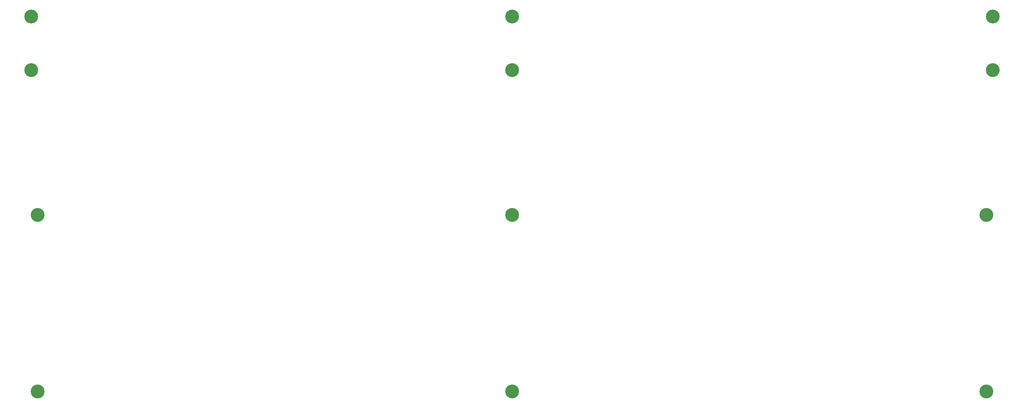
<source format=gbs>
%TF.GenerationSoftware,KiCad,Pcbnew,(5.1.10-6-gecec324121)-1*%
%TF.CreationDate,2021-07-06T17:39:12+03:00*%
%TF.ProjectId,bottomplate,626f7474-6f6d-4706-9c61-74652e6b6963,rev?*%
%TF.SameCoordinates,Original*%
%TF.FileFunction,Soldermask,Bot*%
%TF.FilePolarity,Negative*%
%FSLAX46Y46*%
G04 Gerber Fmt 4.6, Leading zero omitted, Abs format (unit mm)*
G04 Created by KiCad (PCBNEW (5.1.10-6-gecec324121)-1) date 2021-07-06 17:39:12*
%MOMM*%
%LPD*%
G01*
G04 APERTURE LIST*
%ADD10C,4.400000*%
G04 APERTURE END LIST*
D10*
%TO.C,REF\u002A\u002A*%
X307000000Y-123000000D03*
%TD*%
%TO.C,REF\u002A\u002A*%
X156500000Y-123000000D03*
%TD*%
%TO.C,REF\u002A\u002A*%
X6000000Y-123000000D03*
%TD*%
%TO.C,REF\u002A\u002A*%
X307000000Y-67000000D03*
%TD*%
%TO.C,REF\u002A\u002A*%
X156500000Y-67000000D03*
%TD*%
%TO.C,REF\u002A\u002A*%
X6000000Y-67000000D03*
%TD*%
%TO.C,REF\u002A\u002A*%
X309000000Y-21000000D03*
%TD*%
%TO.C,REF\u002A\u002A*%
X156500000Y-21000000D03*
%TD*%
%TO.C,REF\u002A\u002A*%
X4000000Y-21000000D03*
%TD*%
%TO.C,REF\u002A\u002A*%
X309000000Y-4000000D03*
%TD*%
%TO.C,REF\u002A\u002A*%
X156500000Y-4000000D03*
%TD*%
%TO.C,REF\u002A\u002A*%
X4000000Y-4000000D03*
%TD*%
M02*

</source>
